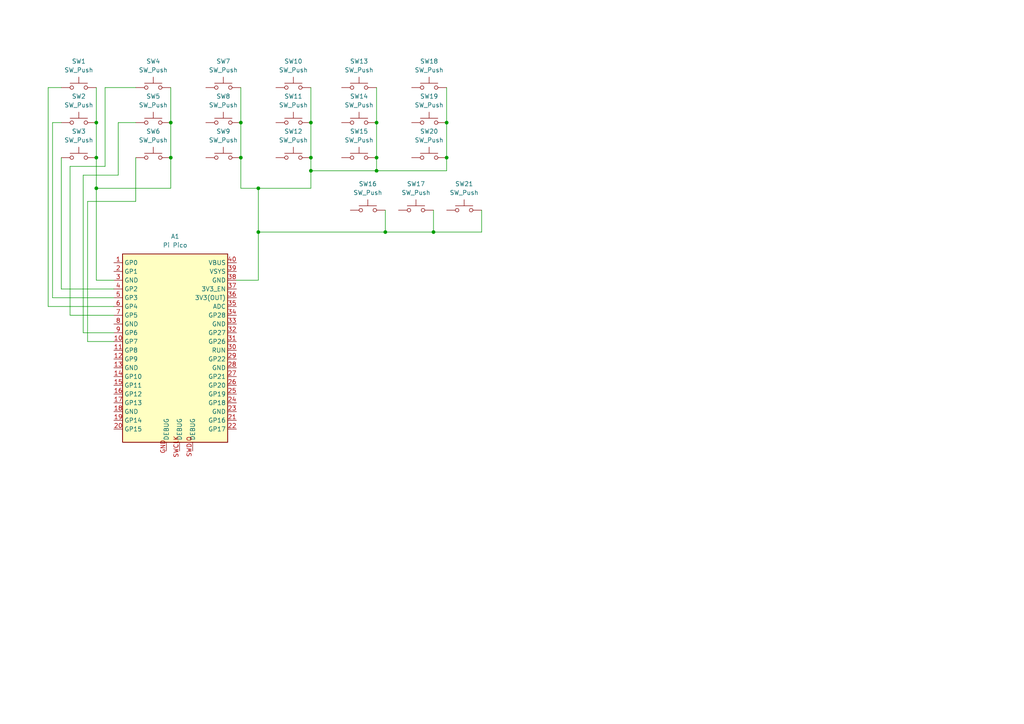
<source format=kicad_sch>
(kicad_sch (version 20231120) (generator "eeschema") (generator_version "8.0")
  (paper "A4")
  (lib_symbols
    (symbol "PiPico:PIPico"
      (property "Reference" "A" (at -14.986 23.622 0))
      (property "Value" "Pi Pico" (at -3.81 -8.128 0))
      (symbol "PIPico_0_1"
        (rectangle (start -15.24 22.86) (end 15.24 -31.75) (stroke (width 0.254)) (fill (type background)))
      )
      (symbol "PIPico_1_0"
        (pin bidirectional line (at -17.78 -12.7 0) (length 2.54) (name "GP10") (number "14"))
        (pin bidirectional line (at -17.78 -15.24 0) (length 2.54) (name "GP11") (number "15"))
        (pin bidirectional line (at -17.78 -17.78 0) (length 2.54) (name "GP12") (number "16"))
        (pin bidirectional line (at -17.78 -20.32 0) (length 2.54) (name "GP13") (number "17"))
        (pin bidirectional line (at -17.78 -22.86 0) (length 2.54) (name "GND") (number "18"))
        (pin bidirectional line (at -17.78 -25.4 0) (length 2.54) (name "GP14") (number "19"))
        (pin bidirectional line (at -17.78 -27.94 0) (length 2.54) (name "GP15") (number "20"))
        (pin bidirectional line (at 17.78 -25.4 180) (length 2.54) (name "GP16") (number "21"))
        (pin bidirectional line (at 17.78 -27.94 180) (length 2.54) (name "GP17") (number "22"))
        (pin bidirectional line (at 17.78 -22.86 180) (length 2.54) (name "GND") (number "23"))
        (pin bidirectional line (at 17.78 -20.32 180) (length 2.54) (name "GP18") (number "24"))
        (pin bidirectional line (at 17.78 -17.78 180) (length 2.54) (name "GP19") (number "25"))
        (pin bidirectional line (at 17.78 -15.24 180) (length 2.54) (name "GP20") (number "26"))
        (pin bidirectional line (at 17.78 -12.7 180) (length 2.54) (name "GP21") (number "27"))
        (pin bidirectional line (at 17.78 -10.16 180) (length 2.54) (name "GND") (number "28"))
        (pin bidirectional line (at 17.78 -7.62 180) (length 2.54) (name "GP22") (number "29"))
        (pin bidirectional line (at 17.78 -5.08 180) (length 2.54) (name "RUN") (number "30"))
        (pin bidirectional line (at 17.78 -2.54 180) (length 2.54) (name "GP26") (number "31"))
        (pin bidirectional line (at 17.78 0 180) (length 2.54) (name "GP27") (number "32"))
        (pin bidirectional line (at 17.78 2.54 180) (length 2.54) (name "GND") (number "33"))
        (pin bidirectional line (at 17.78 5.08 180) (length 2.54) (name "GP28") (number "34"))
        (pin bidirectional line (at 17.78 7.62 180) (length 2.54) (name "ADC") (number "35"))
        (pin bidirectional line (at 17.78 10.16 180) (length 2.54) (name "3V3(OUT)") (number "36"))
        (pin bidirectional line (at 17.78 12.7 180) (length 2.54) (name "3V3_EN") (number "37"))
        (pin bidirectional line (at 17.78 15.24 180) (length 2.54) (name "GND") (number "38"))
        (pin bidirectional line (at 17.78 17.78 180) (length 2.54) (name "VSYS") (number "39"))
        (pin bidirectional line (at 17.78 20.32 180) (length 2.54) (name "VBUS") (number "40"))
        (pin bidirectional line (at -2.54 -34.29 90) (length 2.54) (name "DEBUG") (number "GND"))
        (pin bidirectional line (at 1.27 -34.29 90) (length 2.54) (name "DEBUG") (number "SWCLK"))
        (pin bidirectional line (at 5.08 -34.29 90) (length 2.54) (name "DEBUG") (number "SWDIO"))
      )
      (symbol "PIPico_1_1"
        (pin bidirectional line (at -17.78 20.32 0) (length 2.54) (name "GP0") (number "1"))
        (pin bidirectional line (at -17.78 -2.54 0) (length 2.54) (name "GP7") (number "10"))
        (pin bidirectional line (at -17.78 -5.08 0) (length 2.54) (name "GP8") (number "11"))
        (pin bidirectional line (at -17.78 -7.62 0) (length 2.54) (name "GP9") (number "12"))
        (pin bidirectional line (at -17.78 -10.16 0) (length 2.54) (name "GND") (number "13"))
        (pin bidirectional line (at -17.78 17.78 0) (length 2.54) (name "GP1") (number "2"))
        (pin bidirectional line (at -17.78 15.24 0) (length 2.54) (name "GND") (number "3"))
        (pin bidirectional line (at -17.78 12.7 0) (length 2.54) (name "GP2") (number "4"))
        (pin bidirectional line (at -17.78 10.16 0) (length 2.54) (name "GP3") (number "5"))
        (pin bidirectional line (at -17.78 7.62 0) (length 2.54) (name "GP4") (number "6"))
        (pin bidirectional line (at -17.78 5.08 0) (length 2.54) (name "GP5") (number "7"))
        (pin bidirectional line (at -17.78 2.54 0) (length 2.54) (name "GND") (number "8"))
        (pin bidirectional line (at -17.78 0 0) (length 2.54) (name "GP6") (number "9"))
      )
    )
    (symbol "Switch:SW_Push" (pin_numbers hide) (pin_names (offset 1.016) hide)
      (property "Reference" "SW" (at 1.27 2.54 0))
      (property "Value" "SW_Push" (at 0 -1.524 0))
      (symbol "SW_Push_0_1"
        (circle (center -2.032 0) (radius 0.508))
        (polyline (pts (xy 0 1.27) (xy 0 3.048)))
        (polyline (pts (xy 2.54 1.27) (xy -2.54 1.27)))
        (circle (center 2.032 0) (radius 0.508))
        (pin passive line (at -5.08 0 0) (length 2.54) (name "1") (number "1"))
        (pin passive line (at 5.08 0 180) (length 2.54) (name "2") (number "2"))
      )
    )
  )
  (junction (at 69.85 45.72))
  (junction (at 109.22 45.72))
  (junction (at 90.17 45.72))
  (junction (at 90.17 35.56))
  (junction (at 74.93 67.31))
  (junction (at 111.76 67.31))
  (junction (at 27.94 45.72))
  (junction (at 27.94 54.61))
  (junction (at 27.94 35.56))
  (junction (at 90.17 49.53))
  (junction (at 129.54 35.56))
  (junction (at 109.22 49.53))
  (junction (at 74.93 54.61))
  (junction (at 69.85 35.56))
  (junction (at 125.73 67.31))
  (junction (at 129.54 45.72))
  (junction (at 49.53 45.72))
  (junction (at 109.22 35.56))
  (junction (at 49.53 35.56))
  (wire (pts (xy 49.53 25.4) (xy 49.53 35.56)))
  (wire (pts (xy 30.48 48.26) (xy 20.32 48.26)))
  (wire (pts (xy 74.93 54.61) (xy 74.93 67.31)))
  (wire (pts (xy 109.22 45.72) (xy 109.22 49.53)))
  (wire (pts (xy 90.17 49.53) (xy 109.22 49.53)))
  (wire (pts (xy 25.4 58.42) (xy 25.4 99.06)))
  (wire (pts (xy 24.13 96.52) (xy 33.02 96.52)))
  (wire (pts (xy 39.37 58.42) (xy 25.4 58.42)))
  (wire (pts (xy 90.17 49.53) (xy 90.17 54.61)))
  (wire (pts (xy 49.53 45.72) (xy 49.53 54.61)))
  (wire (pts (xy 129.54 45.72) (xy 129.54 49.53)))
  (wire (pts (xy 111.76 60.96) (xy 111.76 67.31)))
  (wire (pts (xy 139.7 67.31) (xy 125.73 67.31)))
  (wire (pts (xy 74.93 67.31) (xy 74.93 81.28)))
  (wire (pts (xy 27.94 35.56) (xy 27.94 45.72)))
  (wire (pts (xy 109.22 49.53) (xy 129.54 49.53)))
  (wire (pts (xy 139.7 60.96) (xy 139.7 67.31)))
  (wire (pts (xy 34.29 50.8) (xy 24.13 50.8)))
  (wire (pts (xy 27.94 81.28) (xy 33.02 81.28)))
  (wire (pts (xy 109.22 35.56) (xy 109.22 45.72)))
  (wire (pts (xy 90.17 54.61) (xy 74.93 54.61)))
  (wire (pts (xy 69.85 54.61) (xy 74.93 54.61)))
  (wire (pts (xy 90.17 35.56) (xy 90.17 45.72)))
  (wire (pts (xy 27.94 25.4) (xy 27.94 35.56)))
  (wire (pts (xy 20.32 91.44) (xy 33.02 91.44)))
  (wire (pts (xy 17.78 45.72) (xy 17.78 83.82)))
  (wire (pts (xy 30.48 25.4) (xy 30.48 48.26)))
  (wire (pts (xy 17.78 25.4) (xy 13.97 25.4)))
  (wire (pts (xy 69.85 35.56) (xy 69.85 45.72)))
  (wire (pts (xy 13.97 88.9) (xy 33.02 88.9)))
  (wire (pts (xy 69.85 25.4) (xy 69.85 35.56)))
  (wire (pts (xy 20.32 48.26) (xy 20.32 91.44)))
  (wire (pts (xy 27.94 54.61) (xy 27.94 81.28)))
  (wire (pts (xy 49.53 54.61) (xy 27.94 54.61)))
  (wire (pts (xy 111.76 67.31) (xy 125.73 67.31)))
  (wire (pts (xy 109.22 25.4) (xy 109.22 35.56)))
  (wire (pts (xy 74.93 81.28) (xy 68.58 81.28)))
  (wire (pts (xy 13.97 25.4) (xy 13.97 88.9)))
  (wire (pts (xy 90.17 45.72) (xy 90.17 49.53)))
  (wire (pts (xy 15.24 86.36) (xy 33.02 86.36)))
  (wire (pts (xy 39.37 35.56) (xy 34.29 35.56)))
  (wire (pts (xy 90.17 25.4) (xy 90.17 35.56)))
  (wire (pts (xy 74.93 67.31) (xy 111.76 67.31)))
  (wire (pts (xy 17.78 83.82) (xy 33.02 83.82)))
  (wire (pts (xy 129.54 35.56) (xy 129.54 45.72)))
  (wire (pts (xy 39.37 25.4) (xy 30.48 25.4)))
  (wire (pts (xy 129.54 25.4) (xy 129.54 35.56)))
  (wire (pts (xy 39.37 45.72) (xy 39.37 58.42)))
  (wire (pts (xy 24.13 50.8) (xy 24.13 96.52)))
  (wire (pts (xy 34.29 35.56) (xy 34.29 50.8)))
  (wire (pts (xy 15.24 35.56) (xy 15.24 86.36)))
  (wire (pts (xy 49.53 35.56) (xy 49.53 45.72)))
  (wire (pts (xy 69.85 45.72) (xy 69.85 54.61)))
  (wire (pts (xy 125.73 67.31) (xy 125.73 60.96)))
  (wire (pts (xy 25.4 99.06) (xy 33.02 99.06)))
  (wire (pts (xy 27.94 45.72) (xy 27.94 54.61)))
  (wire (pts (xy 17.78 35.56) (xy 15.24 35.56)))
  (symbol (lib_id "Switch:SW_Push") (at 85.09 45.72 0) (unit 1)
    (property "Reference" "SW12" (at 85.09 38.1 0))
    (property "Value" "SW_Push" (at 85.09 40.64 0))
    (property "Description" "Push button switch, generic, two pins" (effects (hide yes)))
  )
  (symbol (lib_id "Switch:SW_Push") (at 85.09 35.56 0) (unit 1)
    (property "Reference" "SW11" (at 85.09 27.94 0))
    (property "Value" "SW_Push" (at 85.09 30.48 0))
    (property "Description" "Push button switch, generic, two pins" (effects (hide yes)))
  )
  (symbol (lib_id "Switch:SW_Push") (at 85.09 25.4 0) (unit 1)
    (property "Reference" "SW10" (at 85.09 17.78 0))
    (property "Value" "SW_Push" (at 85.09 20.32 0))
    (property "Description" "Push button switch, generic, two pins" (effects (hide yes)))
  )
  (symbol (lib_id "Switch:SW_Push") (at 64.77 25.4 0) (unit 1)
    (property "Reference" "SW7" (at 64.77 17.78 0))
    (property "Value" "SW_Push" (at 64.77 20.32 0))
    (property "Description" "Push button switch, generic, two pins" (effects (hide yes)))
  )
  (symbol (lib_id "Switch:SW_Push") (at 104.14 45.72 0) (unit 1)
    (property "Reference" "SW15" (at 104.14 38.1 0))
    (property "Value" "SW_Push" (at 104.14 40.64 0))
    (property "Description" "Push button switch, generic, two pins" (effects (hide yes)))
  )
  (symbol (lib_id "Switch:SW_Push") (at 134.62 60.96 0) (unit 1)
    (property "Reference" "SW21" (at 134.62 53.34 0))
    (property "Value" "SW_Push" (at 134.62 55.88 0))
    (property "Description" "Push button switch, generic, two pins" (effects (hide yes)))
  )
  (symbol (lib_id "Switch:SW_Push") (at 22.86 45.72 0) (unit 1)
    (property "Reference" "SW3" (at 22.86 38.1 0))
    (property "Value" "SW_Push" (at 22.86 40.64 0))
    (property "Description" "Push button switch, generic, two pins" (effects (hide yes)))
  )
  (symbol (lib_id "Switch:SW_Push") (at 124.46 45.72 0) (unit 1)
    (property "Reference" "SW20" (at 124.46 38.1 0))
    (property "Value" "SW_Push" (at 124.46 40.64 0))
    (property "Description" "Push button switch, generic, two pins" (effects (hide yes)))
  )
  (symbol (lib_id "Switch:SW_Push") (at 64.77 35.56 0) (unit 1)
    (property "Reference" "SW8" (at 64.77 27.94 0))
    (property "Value" "SW_Push" (at 64.77 30.48 0))
    (property "Description" "Push button switch, generic, two pins" (effects (hide yes)))
  )
  (symbol (lib_id "Switch:SW_Push") (at 44.45 25.4 0) (unit 1)
    (property "Reference" "SW4" (at 44.45 17.78 0))
    (property "Value" "SW_Push" (at 44.45 20.32 0))
    (property "Description" "Push button switch, generic, two pins" (effects (hide yes)))
  )
  (symbol (lib_id "Switch:SW_Push") (at 22.86 25.4 0) (unit 1)
    (property "Reference" "SW1" (at 22.86 17.78 0))
    (property "Value" "SW_Push" (at 22.86 20.32 0))
    (property "Description" "Push button switch, generic, two pins" (effects (hide yes)))
  )
  (symbol (lib_id "Switch:SW_Push") (at 44.45 45.72 0) (unit 1)
    (property "Reference" "SW6" (at 44.45 38.1 0))
    (property "Value" "SW_Push" (at 44.45 40.64 0))
    (property "Description" "Push button switch, generic, two pins" (effects (hide yes)))
  )
  (symbol (lib_id "Switch:SW_Push") (at 124.46 35.56 0) (unit 1)
    (property "Reference" "SW19" (at 124.46 27.94 0))
    (property "Value" "SW_Push" (at 124.46 30.48 0))
    (property "Description" "Push button switch, generic, two pins" (effects (hide yes)))
  )
  (symbol (lib_id "Switch:SW_Push") (at 124.46 25.4 0) (unit 1)
    (property "Reference" "SW18" (at 124.46 17.78 0))
    (property "Value" "SW_Push" (at 124.46 20.32 0))
    (property "Description" "Push button switch, generic, two pins" (effects (hide yes)))
  )
  (symbol (lib_id "Switch:SW_Push") (at 106.68 60.96 0) (unit 1)
    (property "Reference" "SW16" (at 106.68 53.34 0))
    (property "Value" "SW_Push" (at 106.68 55.88 0))
    (property "Description" "Push button switch, generic, two pins" (effects (hide yes)))
  )
  (symbol (lib_id "Switch:SW_Push") (at 120.65 60.96 0) (unit 1)
    (property "Reference" "SW17" (at 120.65 53.34 0))
    (property "Value" "SW_Push" (at 120.65 55.88 0))
    (property "Description" "Push button switch, generic, two pins" (effects (hide yes)))
  )
  (symbol (lib_id "PiPico:PIPico") (at 50.8 96.52 0) (unit 1)
    (property "Reference" "A1" (at 50.8 68.58 0))
    (property "Value" "Pi Pico" (at 50.8 71.12 0))
  )
  (symbol (lib_id "Switch:SW_Push") (at 64.77 45.72 0) (unit 1)
    (property "Reference" "SW9" (at 64.77 38.1 0))
    (property "Value" "SW_Push" (at 64.77 40.64 0))
    (property "Description" "Push button switch, generic, two pins" (effects (hide yes)))
  )
  (symbol (lib_id "Switch:SW_Push") (at 104.14 35.56 0) (unit 1)
    (property "Reference" "SW14" (at 104.14 27.94 0))
    (property "Value" "SW_Push" (at 104.14 30.48 0))
    (property "Description" "Push button switch, generic, two pins" (effects (hide yes)))
  )
  (symbol (lib_id "Switch:SW_Push") (at 22.86 35.56 0) (unit 1)
    (property "Reference" "SW2" (at 22.86 27.94 0))
    (property "Value" "SW_Push" (at 22.86 30.48 0))
    (property "Description" "Push button switch, generic, two pins" (effects (hide yes)))
  )
  (symbol (lib_id "Switch:SW_Push") (at 104.14 25.4 0) (unit 1)
    (property "Reference" "SW13" (at 104.14 17.78 0))
    (property "Value" "SW_Push" (at 104.14 20.32 0))
    (property "Description" "Push button switch, generic, two pins" (effects (hide yes)))
  )
  (symbol (lib_id "Switch:SW_Push") (at 44.45 35.56 0) (unit 1)
    (property "Reference" "SW5" (at 44.45 27.94 0))
    (property "Value" "SW_Push" (at 44.45 30.48 0))
    (property "Description" "Push button switch, generic, two pins" (effects (hide yes)))
  )
)
</source>
